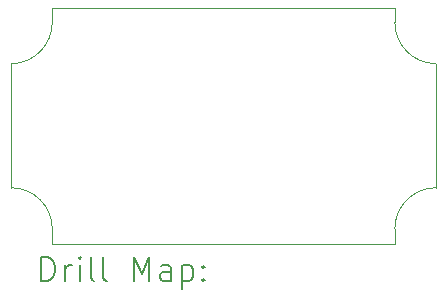
<source format=gbr>
%TF.GenerationSoftware,KiCad,Pcbnew,7.0.5-7.0.5~ubuntu22.04.1*%
%TF.CreationDate,2023-07-07T16:25:27+02:00*%
%TF.ProjectId,combined,636f6d62-696e-4656-942e-6b696361645f,rev?*%
%TF.SameCoordinates,Original*%
%TF.FileFunction,Drillmap*%
%TF.FilePolarity,Positive*%
%FSLAX45Y45*%
G04 Gerber Fmt 4.5, Leading zero omitted, Abs format (unit mm)*
G04 Created by KiCad (PCBNEW 7.0.5-7.0.5~ubuntu22.04.1) date 2023-07-07 16:25:27*
%MOMM*%
%LPD*%
G01*
G04 APERTURE LIST*
%ADD10C,0.050000*%
%ADD11C,0.200000*%
G04 APERTURE END LIST*
D10*
X11000000Y-2375000D02*
X11000000Y-2495000D01*
X8100000Y-4375000D02*
X8100000Y-4250000D01*
X11350000Y-3900000D02*
X11350000Y-2850000D01*
X11000000Y-4250000D02*
X11000000Y-4375000D01*
X11350000Y-3900000D02*
G75*
G03*
X11000000Y-4250000I0J-350000D01*
G01*
X7750000Y-2850000D02*
G75*
G03*
X8099964Y-2495001I0J350000D01*
G01*
X8100000Y-2375000D02*
X11000000Y-2375000D01*
X8100000Y-4250000D02*
G75*
G03*
X7750000Y-3900000I-350000J0D01*
G01*
X10999996Y-2494964D02*
G75*
G03*
X11350000Y-2850000I350004J-4996D01*
G01*
X8099964Y-2495001D02*
X8100000Y-2375000D01*
X7750000Y-2850000D02*
X7750000Y-3900000D01*
X11000000Y-4375000D02*
X8100000Y-4375000D01*
D11*
X8008277Y-4688984D02*
X8008277Y-4488984D01*
X8008277Y-4488984D02*
X8055896Y-4488984D01*
X8055896Y-4488984D02*
X8084467Y-4498508D01*
X8084467Y-4498508D02*
X8103515Y-4517555D01*
X8103515Y-4517555D02*
X8113039Y-4536603D01*
X8113039Y-4536603D02*
X8122562Y-4574698D01*
X8122562Y-4574698D02*
X8122562Y-4603270D01*
X8122562Y-4603270D02*
X8113039Y-4641365D01*
X8113039Y-4641365D02*
X8103515Y-4660412D01*
X8103515Y-4660412D02*
X8084467Y-4679460D01*
X8084467Y-4679460D02*
X8055896Y-4688984D01*
X8055896Y-4688984D02*
X8008277Y-4688984D01*
X8208277Y-4688984D02*
X8208277Y-4555650D01*
X8208277Y-4593746D02*
X8217801Y-4574698D01*
X8217801Y-4574698D02*
X8227324Y-4565174D01*
X8227324Y-4565174D02*
X8246372Y-4555650D01*
X8246372Y-4555650D02*
X8265420Y-4555650D01*
X8332086Y-4688984D02*
X8332086Y-4555650D01*
X8332086Y-4488984D02*
X8322562Y-4498508D01*
X8322562Y-4498508D02*
X8332086Y-4508031D01*
X8332086Y-4508031D02*
X8341610Y-4498508D01*
X8341610Y-4498508D02*
X8332086Y-4488984D01*
X8332086Y-4488984D02*
X8332086Y-4508031D01*
X8455896Y-4688984D02*
X8436848Y-4679460D01*
X8436848Y-4679460D02*
X8427324Y-4660412D01*
X8427324Y-4660412D02*
X8427324Y-4488984D01*
X8560658Y-4688984D02*
X8541610Y-4679460D01*
X8541610Y-4679460D02*
X8532086Y-4660412D01*
X8532086Y-4660412D02*
X8532086Y-4488984D01*
X8789229Y-4688984D02*
X8789229Y-4488984D01*
X8789229Y-4488984D02*
X8855896Y-4631841D01*
X8855896Y-4631841D02*
X8922563Y-4488984D01*
X8922563Y-4488984D02*
X8922563Y-4688984D01*
X9103515Y-4688984D02*
X9103515Y-4584222D01*
X9103515Y-4584222D02*
X9093991Y-4565174D01*
X9093991Y-4565174D02*
X9074944Y-4555650D01*
X9074944Y-4555650D02*
X9036848Y-4555650D01*
X9036848Y-4555650D02*
X9017801Y-4565174D01*
X9103515Y-4679460D02*
X9084467Y-4688984D01*
X9084467Y-4688984D02*
X9036848Y-4688984D01*
X9036848Y-4688984D02*
X9017801Y-4679460D01*
X9017801Y-4679460D02*
X9008277Y-4660412D01*
X9008277Y-4660412D02*
X9008277Y-4641365D01*
X9008277Y-4641365D02*
X9017801Y-4622317D01*
X9017801Y-4622317D02*
X9036848Y-4612793D01*
X9036848Y-4612793D02*
X9084467Y-4612793D01*
X9084467Y-4612793D02*
X9103515Y-4603270D01*
X9198753Y-4555650D02*
X9198753Y-4755650D01*
X9198753Y-4565174D02*
X9217801Y-4555650D01*
X9217801Y-4555650D02*
X9255896Y-4555650D01*
X9255896Y-4555650D02*
X9274944Y-4565174D01*
X9274944Y-4565174D02*
X9284467Y-4574698D01*
X9284467Y-4574698D02*
X9293991Y-4593746D01*
X9293991Y-4593746D02*
X9293991Y-4650889D01*
X9293991Y-4650889D02*
X9284467Y-4669936D01*
X9284467Y-4669936D02*
X9274944Y-4679460D01*
X9274944Y-4679460D02*
X9255896Y-4688984D01*
X9255896Y-4688984D02*
X9217801Y-4688984D01*
X9217801Y-4688984D02*
X9198753Y-4679460D01*
X9379705Y-4669936D02*
X9389229Y-4679460D01*
X9389229Y-4679460D02*
X9379705Y-4688984D01*
X9379705Y-4688984D02*
X9370182Y-4679460D01*
X9370182Y-4679460D02*
X9379705Y-4669936D01*
X9379705Y-4669936D02*
X9379705Y-4688984D01*
X9379705Y-4565174D02*
X9389229Y-4574698D01*
X9389229Y-4574698D02*
X9379705Y-4584222D01*
X9379705Y-4584222D02*
X9370182Y-4574698D01*
X9370182Y-4574698D02*
X9379705Y-4565174D01*
X9379705Y-4565174D02*
X9379705Y-4584222D01*
M02*

</source>
